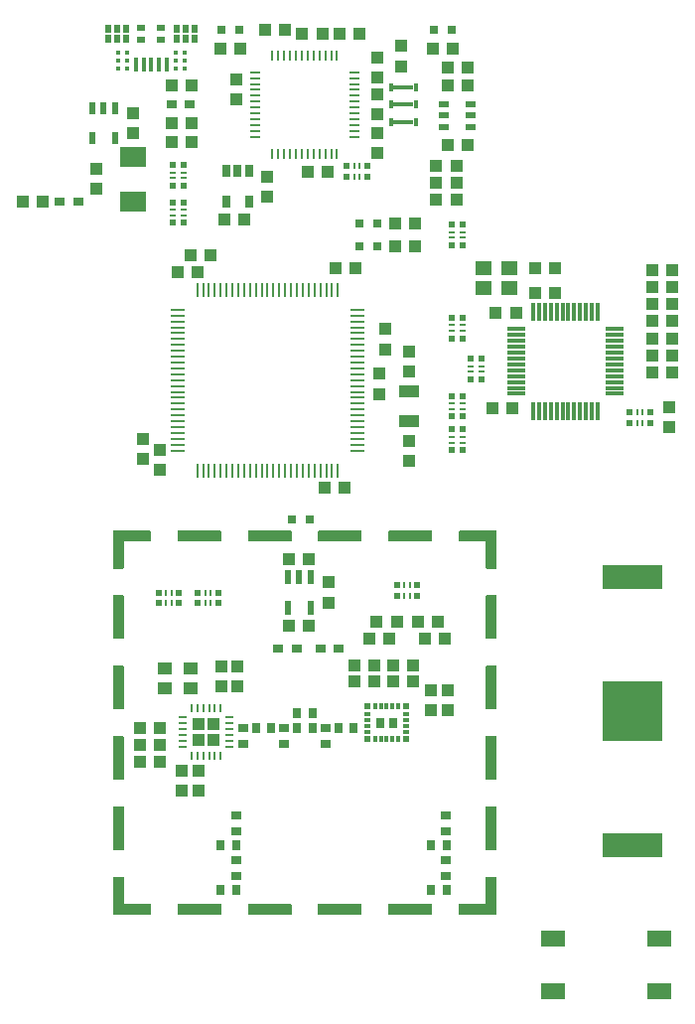
<source format=gtp>
G04 EAGLE Gerber X2 export*
%TF.Part,Single*%
%TF.FileFunction,Paste,Top*%
%TF.FilePolarity,Positive*%
%TF.GenerationSoftware,Autodesk,EAGLE,9.4.2*%
%TF.CreationDate,2019-11-19T20:24:05Z*%
G75*
%MOMM*%
%FSLAX36Y36*%
%LPD*%
%INSolderpaste Top*%
%AMOC8*
5,1,8,0,0,1.08239X$1,22.5*%
G01*
%ADD10R,1.000000X1.100000*%
%ADD11R,1.100000X1.000000*%
%ADD12R,0.800000X0.800000*%
%ADD13R,2.100000X1.400000*%
%ADD14R,0.508000X1.016000*%
%ADD15R,2.286000X1.651000*%
%ADD16R,0.300000X1.500000*%
%ADD17R,1.500000X0.300000*%
%ADD18R,0.500000X0.525000*%
%ADD19R,0.500000X0.250000*%
%ADD20R,0.525000X0.500000*%
%ADD21R,0.250000X0.500000*%
%ADD22R,1.400000X1.200000*%
%ADD23R,0.400000X0.400000*%
%ADD24R,0.400000X1.300000*%
%ADD25R,0.500000X0.700000*%
%ADD26R,0.700000X0.600000*%
%ADD27R,0.850000X0.700000*%
%ADD28R,0.750000X0.900000*%
%ADD29R,0.300000X0.550000*%
%ADD30R,0.550000X0.300000*%
%ADD31R,0.550000X0.550000*%
%ADD32R,1.300000X1.100000*%
%ADD33R,0.900000X0.700000*%
%ADD34R,0.700000X0.900000*%
%ADD35R,0.750000X0.250000*%
%ADD36R,0.250000X0.750000*%
%ADD37R,1.100000X1.100000*%
%ADD38R,1.800000X1.000000*%
%ADD39R,1.150000X0.250000*%
%ADD40R,0.250000X1.150000*%
%ADD41R,0.550000X1.200000*%
%ADD42R,0.950000X0.250000*%
%ADD43R,0.250000X0.950000*%
%ADD44R,1.700000X0.300000*%
%ADD45R,0.400000X0.700000*%
%ADD46R,0.900000X0.600000*%
%ADD47R,0.690000X0.990000*%
%ADD48R,5.080000X5.080000*%
%ADD49R,5.080000X2.032000*%

G36*
X9588959Y37902659D02*
X9588959Y37902659D01*
X9595503Y37902847D01*
X9599909Y37904628D01*
X9604597Y37905469D01*
X9610250Y37908803D01*
X9616319Y37911256D01*
X9619831Y37914459D01*
X9623931Y37916878D01*
X9628059Y37921959D01*
X9632909Y37926381D01*
X9635094Y37930619D01*
X9638088Y37934303D01*
X9640188Y37940503D01*
X9643197Y37946338D01*
X9644016Y37951794D01*
X9645294Y37955563D01*
X9645181Y37959541D01*
X9646000Y37965000D01*
X9646000Y40201500D01*
X11882500Y40201500D01*
X11888959Y40202659D01*
X11895503Y40202847D01*
X11899909Y40204628D01*
X11904597Y40205469D01*
X11910250Y40208803D01*
X11916319Y40211256D01*
X11919831Y40214459D01*
X11923931Y40216878D01*
X11928059Y40221959D01*
X11932909Y40226381D01*
X11935094Y40230619D01*
X11938088Y40234303D01*
X11940188Y40240503D01*
X11943197Y40246338D01*
X11944016Y40251794D01*
X11945294Y40255563D01*
X11945181Y40259541D01*
X11946000Y40265000D01*
X11946000Y41065000D01*
X11944841Y41071459D01*
X11944653Y41078003D01*
X11942872Y41082409D01*
X11942031Y41087097D01*
X11938697Y41092750D01*
X11936244Y41098819D01*
X11933041Y41102331D01*
X11930622Y41106431D01*
X11925541Y41110559D01*
X11921119Y41115409D01*
X11916881Y41117594D01*
X11913197Y41120588D01*
X11906997Y41122688D01*
X11901163Y41125697D01*
X11895706Y41126516D01*
X11891938Y41127794D01*
X11887959Y41127681D01*
X11882500Y41128500D01*
X8782500Y41128500D01*
X8776041Y41127341D01*
X8769497Y41127153D01*
X8765091Y41125372D01*
X8760403Y41124531D01*
X8754750Y41121197D01*
X8748681Y41118744D01*
X8745169Y41115541D01*
X8741069Y41113122D01*
X8736941Y41108041D01*
X8732091Y41103619D01*
X8729906Y41099381D01*
X8726913Y41095697D01*
X8724813Y41089497D01*
X8721803Y41083663D01*
X8720984Y41078206D01*
X8719706Y41074438D01*
X8719819Y41070459D01*
X8719000Y41065000D01*
X8719000Y37965000D01*
X8720159Y37958541D01*
X8720347Y37951997D01*
X8722128Y37947591D01*
X8722969Y37942903D01*
X8726303Y37937250D01*
X8728756Y37931181D01*
X8731959Y37927669D01*
X8734378Y37923569D01*
X8739459Y37919441D01*
X8743881Y37914591D01*
X8748119Y37912406D01*
X8751803Y37909413D01*
X8758003Y37907313D01*
X8763838Y37904303D01*
X8769294Y37903484D01*
X8773063Y37902206D01*
X8777041Y37902319D01*
X8782500Y37901500D01*
X9582500Y37901500D01*
X9588959Y37902659D01*
G37*
G36*
X41388959Y37902659D02*
X41388959Y37902659D01*
X41395503Y37902847D01*
X41399909Y37904628D01*
X41404597Y37905469D01*
X41410250Y37908803D01*
X41416319Y37911256D01*
X41419831Y37914459D01*
X41423931Y37916878D01*
X41428059Y37921959D01*
X41432909Y37926381D01*
X41435094Y37930619D01*
X41438088Y37934303D01*
X41440188Y37940503D01*
X41443197Y37946338D01*
X41444016Y37951794D01*
X41445294Y37955563D01*
X41445181Y37959541D01*
X41446000Y37965000D01*
X41446000Y41065000D01*
X41444841Y41071459D01*
X41444653Y41078003D01*
X41442872Y41082409D01*
X41442031Y41087097D01*
X41438697Y41092750D01*
X41436244Y41098819D01*
X41433041Y41102331D01*
X41430622Y41106431D01*
X41425541Y41110559D01*
X41421119Y41115409D01*
X41416881Y41117594D01*
X41413197Y41120588D01*
X41406997Y41122688D01*
X41401163Y41125697D01*
X41395706Y41126516D01*
X41391938Y41127794D01*
X41387959Y41127681D01*
X41382500Y41128500D01*
X38282500Y41128500D01*
X38276041Y41127341D01*
X38269497Y41127153D01*
X38265091Y41125372D01*
X38260403Y41124531D01*
X38254750Y41121197D01*
X38248681Y41118744D01*
X38245169Y41115541D01*
X38241069Y41113122D01*
X38236941Y41108041D01*
X38232091Y41103619D01*
X38229906Y41099381D01*
X38226913Y41095697D01*
X38224813Y41089497D01*
X38221803Y41083663D01*
X38220984Y41078206D01*
X38219706Y41074438D01*
X38219819Y41070459D01*
X38219000Y41065000D01*
X38219000Y40265000D01*
X38220159Y40258541D01*
X38220347Y40251997D01*
X38222128Y40247591D01*
X38222969Y40242903D01*
X38226303Y40237250D01*
X38228756Y40231181D01*
X38231959Y40227669D01*
X38234378Y40223569D01*
X38239459Y40219441D01*
X38243881Y40214591D01*
X38248119Y40212406D01*
X38251803Y40209413D01*
X38258003Y40207313D01*
X38263838Y40204303D01*
X38269294Y40203484D01*
X38273063Y40202206D01*
X38277041Y40202319D01*
X38282500Y40201500D01*
X40519000Y40201500D01*
X40519000Y37965000D01*
X40520159Y37958541D01*
X40520347Y37951997D01*
X40522128Y37947591D01*
X40522969Y37942903D01*
X40526303Y37937250D01*
X40528756Y37931181D01*
X40531959Y37927669D01*
X40534378Y37923569D01*
X40539459Y37919441D01*
X40543881Y37914591D01*
X40548119Y37912406D01*
X40551803Y37909413D01*
X40558003Y37907313D01*
X40563838Y37904303D01*
X40569294Y37903484D01*
X40573063Y37902206D01*
X40577041Y37902319D01*
X40582500Y37901500D01*
X41382500Y37901500D01*
X41388959Y37902659D01*
G37*
G36*
X11888959Y8402659D02*
X11888959Y8402659D01*
X11895503Y8402847D01*
X11899909Y8404628D01*
X11904597Y8405469D01*
X11910250Y8408803D01*
X11916319Y8411256D01*
X11919831Y8414459D01*
X11923931Y8416878D01*
X11928059Y8421959D01*
X11932909Y8426381D01*
X11935094Y8430619D01*
X11938088Y8434303D01*
X11940188Y8440503D01*
X11943197Y8446338D01*
X11944016Y8451794D01*
X11945294Y8455563D01*
X11945181Y8459541D01*
X11946000Y8465000D01*
X11946000Y9265000D01*
X11944841Y9271459D01*
X11944653Y9278003D01*
X11942872Y9282409D01*
X11942031Y9287097D01*
X11938697Y9292750D01*
X11936244Y9298819D01*
X11933041Y9302331D01*
X11930622Y9306431D01*
X11925541Y9310559D01*
X11921119Y9315409D01*
X11916881Y9317594D01*
X11913197Y9320588D01*
X11906997Y9322688D01*
X11901163Y9325697D01*
X11895706Y9326516D01*
X11891938Y9327794D01*
X11887959Y9327681D01*
X11882500Y9328500D01*
X9646000Y9328500D01*
X9646000Y11565000D01*
X9644841Y11571459D01*
X9644653Y11578003D01*
X9642872Y11582409D01*
X9642031Y11587097D01*
X9638697Y11592750D01*
X9636244Y11598819D01*
X9633041Y11602331D01*
X9630622Y11606431D01*
X9625541Y11610559D01*
X9621119Y11615409D01*
X9616881Y11617594D01*
X9613197Y11620588D01*
X9606997Y11622688D01*
X9601163Y11625697D01*
X9595706Y11626516D01*
X9591938Y11627794D01*
X9587959Y11627681D01*
X9582500Y11628500D01*
X8782500Y11628500D01*
X8776041Y11627341D01*
X8769497Y11627153D01*
X8765091Y11625372D01*
X8760403Y11624531D01*
X8754750Y11621197D01*
X8748681Y11618744D01*
X8745169Y11615541D01*
X8741069Y11613122D01*
X8736941Y11608041D01*
X8732091Y11603619D01*
X8729906Y11599381D01*
X8726913Y11595697D01*
X8724813Y11589497D01*
X8721803Y11583663D01*
X8720984Y11578206D01*
X8719706Y11574438D01*
X8719819Y11570459D01*
X8719000Y11565000D01*
X8719000Y8465000D01*
X8720159Y8458541D01*
X8720347Y8451997D01*
X8722128Y8447591D01*
X8722969Y8442903D01*
X8726303Y8437250D01*
X8728756Y8431181D01*
X8731959Y8427669D01*
X8734378Y8423569D01*
X8739459Y8419441D01*
X8743881Y8414591D01*
X8748119Y8412406D01*
X8751803Y8409413D01*
X8758003Y8407313D01*
X8763838Y8404303D01*
X8769294Y8403484D01*
X8773063Y8402206D01*
X8777041Y8402319D01*
X8782500Y8401500D01*
X11882500Y8401500D01*
X11888959Y8402659D01*
G37*
G36*
X41388959Y8402659D02*
X41388959Y8402659D01*
X41395503Y8402847D01*
X41399909Y8404628D01*
X41404597Y8405469D01*
X41410250Y8408803D01*
X41416319Y8411256D01*
X41419831Y8414459D01*
X41423931Y8416878D01*
X41428059Y8421959D01*
X41432909Y8426381D01*
X41435094Y8430619D01*
X41438088Y8434303D01*
X41440188Y8440503D01*
X41443197Y8446338D01*
X41444016Y8451794D01*
X41445294Y8455563D01*
X41445181Y8459541D01*
X41446000Y8465000D01*
X41446000Y11565000D01*
X41444841Y11571459D01*
X41444653Y11578003D01*
X41442872Y11582409D01*
X41442031Y11587097D01*
X41438697Y11592750D01*
X41436244Y11598819D01*
X41433041Y11602331D01*
X41430622Y11606431D01*
X41425541Y11610559D01*
X41421119Y11615409D01*
X41416881Y11617594D01*
X41413197Y11620588D01*
X41406997Y11622688D01*
X41401163Y11625697D01*
X41395706Y11626516D01*
X41391938Y11627794D01*
X41387959Y11627681D01*
X41382500Y11628500D01*
X40582500Y11628500D01*
X40576041Y11627341D01*
X40569497Y11627153D01*
X40565091Y11625372D01*
X40560403Y11624531D01*
X40554750Y11621197D01*
X40548681Y11618744D01*
X40545169Y11615541D01*
X40541069Y11613122D01*
X40536941Y11608041D01*
X40532091Y11603619D01*
X40529906Y11599381D01*
X40526913Y11595697D01*
X40524813Y11589497D01*
X40521803Y11583663D01*
X40520984Y11578206D01*
X40519706Y11574438D01*
X40519819Y11570459D01*
X40519000Y11565000D01*
X40519000Y9328500D01*
X38282500Y9328500D01*
X38276041Y9327341D01*
X38269497Y9327153D01*
X38265091Y9325372D01*
X38260403Y9324531D01*
X38254747Y9321194D01*
X38248681Y9318744D01*
X38245169Y9315541D01*
X38241069Y9313122D01*
X38236941Y9308041D01*
X38232091Y9303619D01*
X38229906Y9299381D01*
X38226913Y9295697D01*
X38224813Y9289497D01*
X38221803Y9283663D01*
X38220984Y9278206D01*
X38219706Y9274438D01*
X38219819Y9270459D01*
X38219000Y9265000D01*
X38219000Y8465000D01*
X38220159Y8458541D01*
X38220347Y8451997D01*
X38222128Y8447591D01*
X38222969Y8442903D01*
X38226303Y8437250D01*
X38228756Y8431181D01*
X38231959Y8427669D01*
X38234378Y8423569D01*
X38239459Y8419441D01*
X38243881Y8414591D01*
X38248119Y8412406D01*
X38251803Y8409413D01*
X38258003Y8407313D01*
X38263838Y8404303D01*
X38269294Y8403484D01*
X38273063Y8402206D01*
X38277041Y8402319D01*
X38282500Y8401500D01*
X41382500Y8401500D01*
X41388959Y8402659D01*
G37*
G36*
X23888959Y40202659D02*
X23888959Y40202659D01*
X23895503Y40202847D01*
X23899909Y40204628D01*
X23904597Y40205469D01*
X23910250Y40208803D01*
X23916319Y40211256D01*
X23919831Y40214459D01*
X23923931Y40216878D01*
X23928059Y40221959D01*
X23932909Y40226381D01*
X23935094Y40230619D01*
X23938088Y40234303D01*
X23940188Y40240503D01*
X23943197Y40246338D01*
X23944016Y40251794D01*
X23945294Y40255563D01*
X23945181Y40259541D01*
X23946000Y40265000D01*
X23946000Y41065000D01*
X23944841Y41071459D01*
X23944653Y41078003D01*
X23942872Y41082409D01*
X23942031Y41087097D01*
X23938697Y41092750D01*
X23936244Y41098819D01*
X23933041Y41102331D01*
X23930622Y41106431D01*
X23925541Y41110559D01*
X23921119Y41115409D01*
X23916881Y41117594D01*
X23913197Y41120588D01*
X23906997Y41122688D01*
X23901163Y41125697D01*
X23895706Y41126516D01*
X23891938Y41127794D01*
X23887959Y41127681D01*
X23882500Y41128500D01*
X20282500Y41128500D01*
X20276041Y41127341D01*
X20269497Y41127153D01*
X20265091Y41125372D01*
X20260403Y41124531D01*
X20254750Y41121197D01*
X20248681Y41118744D01*
X20245169Y41115541D01*
X20241069Y41113122D01*
X20236941Y41108041D01*
X20232091Y41103619D01*
X20229906Y41099381D01*
X20226913Y41095697D01*
X20224813Y41089497D01*
X20221803Y41083663D01*
X20220984Y41078206D01*
X20219706Y41074438D01*
X20219819Y41070459D01*
X20219000Y41065000D01*
X20219000Y40265000D01*
X20220159Y40258541D01*
X20220347Y40251997D01*
X20222128Y40247591D01*
X20222969Y40242903D01*
X20226303Y40237250D01*
X20228756Y40231181D01*
X20231959Y40227669D01*
X20234378Y40223569D01*
X20239459Y40219441D01*
X20243881Y40214591D01*
X20248119Y40212406D01*
X20251803Y40209413D01*
X20258003Y40207313D01*
X20263838Y40204303D01*
X20269294Y40203484D01*
X20273063Y40202206D01*
X20277041Y40202319D01*
X20282500Y40201500D01*
X23882500Y40201500D01*
X23888959Y40202659D01*
G37*
G36*
X17888959Y40202659D02*
X17888959Y40202659D01*
X17895503Y40202847D01*
X17899909Y40204628D01*
X17904597Y40205469D01*
X17910250Y40208803D01*
X17916319Y40211256D01*
X17919831Y40214459D01*
X17923931Y40216878D01*
X17928059Y40221959D01*
X17932909Y40226381D01*
X17935094Y40230619D01*
X17938088Y40234303D01*
X17940188Y40240503D01*
X17943197Y40246338D01*
X17944016Y40251794D01*
X17945294Y40255563D01*
X17945181Y40259541D01*
X17946000Y40265000D01*
X17946000Y41065000D01*
X17944841Y41071459D01*
X17944653Y41078003D01*
X17942872Y41082409D01*
X17942031Y41087097D01*
X17938697Y41092750D01*
X17936244Y41098819D01*
X17933041Y41102331D01*
X17930622Y41106431D01*
X17925541Y41110559D01*
X17921119Y41115409D01*
X17916881Y41117594D01*
X17913197Y41120588D01*
X17906997Y41122688D01*
X17901163Y41125697D01*
X17895706Y41126516D01*
X17891938Y41127794D01*
X17887959Y41127681D01*
X17882500Y41128500D01*
X14282500Y41128500D01*
X14276041Y41127341D01*
X14269497Y41127153D01*
X14265091Y41125372D01*
X14260403Y41124531D01*
X14254750Y41121197D01*
X14248681Y41118744D01*
X14245169Y41115541D01*
X14241069Y41113122D01*
X14236941Y41108041D01*
X14232091Y41103619D01*
X14229906Y41099381D01*
X14226913Y41095697D01*
X14224813Y41089497D01*
X14221803Y41083663D01*
X14220984Y41078206D01*
X14219706Y41074438D01*
X14219819Y41070459D01*
X14219000Y41065000D01*
X14219000Y40265000D01*
X14220159Y40258541D01*
X14220347Y40251997D01*
X14222128Y40247591D01*
X14222969Y40242903D01*
X14226303Y40237250D01*
X14228756Y40231181D01*
X14231959Y40227669D01*
X14234378Y40223569D01*
X14239459Y40219441D01*
X14243881Y40214591D01*
X14248119Y40212406D01*
X14251803Y40209413D01*
X14258003Y40207313D01*
X14263838Y40204303D01*
X14269294Y40203484D01*
X14273063Y40202206D01*
X14277041Y40202319D01*
X14282500Y40201500D01*
X17882500Y40201500D01*
X17888959Y40202659D01*
G37*
G36*
X29888959Y40202659D02*
X29888959Y40202659D01*
X29895503Y40202847D01*
X29899909Y40204628D01*
X29904597Y40205469D01*
X29910250Y40208803D01*
X29916319Y40211256D01*
X29919831Y40214459D01*
X29923931Y40216878D01*
X29928059Y40221959D01*
X29932909Y40226381D01*
X29935094Y40230619D01*
X29938088Y40234303D01*
X29940188Y40240503D01*
X29943197Y40246338D01*
X29944016Y40251794D01*
X29945294Y40255563D01*
X29945181Y40259541D01*
X29946000Y40265000D01*
X29946000Y41065000D01*
X29944841Y41071459D01*
X29944653Y41078003D01*
X29942872Y41082409D01*
X29942031Y41087097D01*
X29938697Y41092750D01*
X29936244Y41098819D01*
X29933041Y41102331D01*
X29930622Y41106431D01*
X29925541Y41110559D01*
X29921119Y41115409D01*
X29916881Y41117594D01*
X29913197Y41120588D01*
X29906997Y41122688D01*
X29901163Y41125697D01*
X29895706Y41126516D01*
X29891938Y41127794D01*
X29887959Y41127681D01*
X29882500Y41128500D01*
X26282500Y41128500D01*
X26276041Y41127341D01*
X26269497Y41127153D01*
X26265091Y41125372D01*
X26260403Y41124531D01*
X26254750Y41121197D01*
X26248681Y41118744D01*
X26245169Y41115541D01*
X26241069Y41113122D01*
X26236941Y41108041D01*
X26232091Y41103619D01*
X26229906Y41099381D01*
X26226913Y41095697D01*
X26224813Y41089497D01*
X26221803Y41083663D01*
X26220984Y41078206D01*
X26219706Y41074438D01*
X26219819Y41070459D01*
X26219000Y41065000D01*
X26219000Y40265000D01*
X26220159Y40258541D01*
X26220347Y40251997D01*
X26222128Y40247591D01*
X26222969Y40242903D01*
X26226303Y40237250D01*
X26228756Y40231181D01*
X26231959Y40227669D01*
X26234378Y40223569D01*
X26239459Y40219441D01*
X26243881Y40214591D01*
X26248119Y40212406D01*
X26251803Y40209413D01*
X26258003Y40207313D01*
X26263838Y40204303D01*
X26269294Y40203484D01*
X26273063Y40202206D01*
X26277041Y40202319D01*
X26282500Y40201500D01*
X29882500Y40201500D01*
X29888959Y40202659D01*
G37*
G36*
X35888959Y40202659D02*
X35888959Y40202659D01*
X35895503Y40202847D01*
X35899909Y40204628D01*
X35904597Y40205469D01*
X35910250Y40208803D01*
X35916319Y40211256D01*
X35919831Y40214459D01*
X35923931Y40216878D01*
X35928059Y40221959D01*
X35932909Y40226381D01*
X35935094Y40230619D01*
X35938088Y40234303D01*
X35940188Y40240503D01*
X35943197Y40246338D01*
X35944016Y40251794D01*
X35945294Y40255563D01*
X35945181Y40259541D01*
X35946000Y40265000D01*
X35946000Y41065000D01*
X35944841Y41071459D01*
X35944653Y41078003D01*
X35942872Y41082409D01*
X35942031Y41087097D01*
X35938697Y41092750D01*
X35936244Y41098819D01*
X35933041Y41102331D01*
X35930622Y41106431D01*
X35925541Y41110559D01*
X35921119Y41115409D01*
X35916881Y41117594D01*
X35913197Y41120588D01*
X35906997Y41122688D01*
X35901163Y41125697D01*
X35895706Y41126516D01*
X35891938Y41127794D01*
X35887959Y41127681D01*
X35882500Y41128500D01*
X32282500Y41128500D01*
X32276041Y41127341D01*
X32269497Y41127153D01*
X32265091Y41125372D01*
X32260403Y41124531D01*
X32254750Y41121197D01*
X32248681Y41118744D01*
X32245169Y41115541D01*
X32241069Y41113122D01*
X32236941Y41108041D01*
X32232091Y41103619D01*
X32229906Y41099381D01*
X32226913Y41095697D01*
X32224813Y41089497D01*
X32221803Y41083663D01*
X32220984Y41078206D01*
X32219706Y41074438D01*
X32219819Y41070459D01*
X32219000Y41065000D01*
X32219000Y40265000D01*
X32220159Y40258541D01*
X32220347Y40251997D01*
X32222128Y40247591D01*
X32222969Y40242903D01*
X32226303Y40237250D01*
X32228756Y40231181D01*
X32231959Y40227669D01*
X32234378Y40223569D01*
X32239459Y40219441D01*
X32243881Y40214591D01*
X32248119Y40212406D01*
X32251803Y40209413D01*
X32258003Y40207313D01*
X32263838Y40204303D01*
X32269294Y40203484D01*
X32273063Y40202206D01*
X32277041Y40202319D01*
X32282500Y40201500D01*
X35882500Y40201500D01*
X35888959Y40202659D01*
G37*
G36*
X9588959Y31902659D02*
X9588959Y31902659D01*
X9595503Y31902847D01*
X9599909Y31904628D01*
X9604597Y31905469D01*
X9610250Y31908803D01*
X9616319Y31911256D01*
X9619831Y31914459D01*
X9623931Y31916878D01*
X9628059Y31921959D01*
X9632909Y31926381D01*
X9635094Y31930619D01*
X9638088Y31934303D01*
X9640188Y31940503D01*
X9643197Y31946338D01*
X9644016Y31951794D01*
X9645294Y31955563D01*
X9645181Y31959541D01*
X9646000Y31965000D01*
X9646000Y35565000D01*
X9644841Y35571459D01*
X9644653Y35578003D01*
X9642872Y35582409D01*
X9642031Y35587097D01*
X9638697Y35592750D01*
X9636244Y35598819D01*
X9633041Y35602331D01*
X9630622Y35606431D01*
X9625541Y35610559D01*
X9621119Y35615409D01*
X9616881Y35617594D01*
X9613197Y35620588D01*
X9606997Y35622688D01*
X9601163Y35625697D01*
X9595706Y35626516D01*
X9591938Y35627794D01*
X9587959Y35627681D01*
X9582500Y35628500D01*
X8782500Y35628500D01*
X8776041Y35627341D01*
X8769497Y35627153D01*
X8765091Y35625372D01*
X8760403Y35624531D01*
X8754750Y35621197D01*
X8748681Y35618744D01*
X8745169Y35615541D01*
X8741069Y35613122D01*
X8736941Y35608041D01*
X8732091Y35603619D01*
X8729906Y35599381D01*
X8726913Y35595697D01*
X8724813Y35589497D01*
X8721803Y35583663D01*
X8720984Y35578206D01*
X8719706Y35574438D01*
X8719819Y35570459D01*
X8719000Y35565000D01*
X8719000Y31965000D01*
X8720159Y31958541D01*
X8720347Y31951997D01*
X8722128Y31947591D01*
X8722969Y31942903D01*
X8726303Y31937250D01*
X8728756Y31931181D01*
X8731959Y31927669D01*
X8734378Y31923569D01*
X8739459Y31919441D01*
X8743881Y31914591D01*
X8748119Y31912406D01*
X8751803Y31909413D01*
X8758003Y31907313D01*
X8763838Y31904303D01*
X8769294Y31903484D01*
X8773063Y31902206D01*
X8777041Y31902319D01*
X8782500Y31901500D01*
X9582500Y31901500D01*
X9588959Y31902659D01*
G37*
G36*
X41388959Y31902659D02*
X41388959Y31902659D01*
X41395503Y31902847D01*
X41399909Y31904628D01*
X41404597Y31905469D01*
X41410250Y31908803D01*
X41416319Y31911256D01*
X41419831Y31914459D01*
X41423931Y31916878D01*
X41428059Y31921959D01*
X41432909Y31926381D01*
X41435094Y31930619D01*
X41438088Y31934303D01*
X41440188Y31940503D01*
X41443197Y31946338D01*
X41444016Y31951794D01*
X41445294Y31955563D01*
X41445181Y31959541D01*
X41446000Y31965000D01*
X41446000Y35565000D01*
X41444841Y35571459D01*
X41444653Y35578003D01*
X41442872Y35582409D01*
X41442031Y35587097D01*
X41438697Y35592750D01*
X41436244Y35598819D01*
X41433041Y35602331D01*
X41430622Y35606431D01*
X41425541Y35610559D01*
X41421119Y35615409D01*
X41416881Y35617594D01*
X41413197Y35620588D01*
X41406997Y35622688D01*
X41401163Y35625697D01*
X41395706Y35626516D01*
X41391938Y35627794D01*
X41387959Y35627681D01*
X41382500Y35628500D01*
X40582500Y35628500D01*
X40576041Y35627341D01*
X40569497Y35627153D01*
X40565091Y35625372D01*
X40560403Y35624531D01*
X40554750Y35621197D01*
X40548681Y35618744D01*
X40545169Y35615541D01*
X40541069Y35613122D01*
X40536941Y35608041D01*
X40532091Y35603619D01*
X40529906Y35599381D01*
X40526913Y35595697D01*
X40524813Y35589497D01*
X40521803Y35583663D01*
X40520984Y35578206D01*
X40519706Y35574438D01*
X40519819Y35570459D01*
X40519000Y35565000D01*
X40519000Y31965000D01*
X40520159Y31958541D01*
X40520347Y31951997D01*
X40522128Y31947591D01*
X40522969Y31942903D01*
X40526303Y31937250D01*
X40528756Y31931181D01*
X40531959Y31927669D01*
X40534378Y31923569D01*
X40539459Y31919441D01*
X40543881Y31914591D01*
X40548119Y31912406D01*
X40551803Y31909413D01*
X40558003Y31907313D01*
X40563838Y31904303D01*
X40569294Y31903484D01*
X40573063Y31902206D01*
X40577041Y31902319D01*
X40582500Y31901500D01*
X41382500Y31901500D01*
X41388959Y31902659D01*
G37*
G36*
X9588959Y25902659D02*
X9588959Y25902659D01*
X9595503Y25902847D01*
X9599909Y25904628D01*
X9604597Y25905469D01*
X9610250Y25908803D01*
X9616319Y25911256D01*
X9619831Y25914459D01*
X9623931Y25916878D01*
X9628059Y25921959D01*
X9632909Y25926381D01*
X9635094Y25930619D01*
X9638088Y25934303D01*
X9640188Y25940503D01*
X9643197Y25946338D01*
X9644016Y25951794D01*
X9645294Y25955563D01*
X9645181Y25959541D01*
X9646000Y25965000D01*
X9646000Y29565000D01*
X9644841Y29571459D01*
X9644653Y29578003D01*
X9642872Y29582409D01*
X9642031Y29587097D01*
X9638697Y29592750D01*
X9636244Y29598819D01*
X9633041Y29602331D01*
X9630622Y29606431D01*
X9625541Y29610559D01*
X9621119Y29615409D01*
X9616881Y29617594D01*
X9613197Y29620588D01*
X9606997Y29622688D01*
X9601163Y29625697D01*
X9595706Y29626516D01*
X9591938Y29627794D01*
X9587959Y29627681D01*
X9582500Y29628500D01*
X8782500Y29628500D01*
X8776041Y29627341D01*
X8769497Y29627153D01*
X8765091Y29625372D01*
X8760403Y29624531D01*
X8754750Y29621197D01*
X8748681Y29618744D01*
X8745169Y29615541D01*
X8741069Y29613122D01*
X8736941Y29608041D01*
X8732091Y29603619D01*
X8729906Y29599381D01*
X8726913Y29595697D01*
X8724813Y29589497D01*
X8721803Y29583663D01*
X8720984Y29578206D01*
X8719706Y29574438D01*
X8719819Y29570459D01*
X8719000Y29565000D01*
X8719000Y25965000D01*
X8720159Y25958541D01*
X8720347Y25951997D01*
X8722128Y25947591D01*
X8722969Y25942903D01*
X8726303Y25937250D01*
X8728756Y25931181D01*
X8731959Y25927669D01*
X8734378Y25923569D01*
X8739459Y25919441D01*
X8743881Y25914591D01*
X8748119Y25912406D01*
X8751803Y25909413D01*
X8758003Y25907313D01*
X8763838Y25904303D01*
X8769294Y25903484D01*
X8773063Y25902206D01*
X8777041Y25902319D01*
X8782500Y25901500D01*
X9582500Y25901500D01*
X9588959Y25902659D01*
G37*
G36*
X41388959Y25902659D02*
X41388959Y25902659D01*
X41395503Y25902847D01*
X41399909Y25904628D01*
X41404597Y25905469D01*
X41410250Y25908803D01*
X41416319Y25911256D01*
X41419831Y25914459D01*
X41423931Y25916878D01*
X41428059Y25921959D01*
X41432909Y25926381D01*
X41435094Y25930619D01*
X41438088Y25934303D01*
X41440188Y25940503D01*
X41443197Y25946338D01*
X41444016Y25951794D01*
X41445294Y25955563D01*
X41445181Y25959541D01*
X41446000Y25965000D01*
X41446000Y29565000D01*
X41444841Y29571459D01*
X41444653Y29578003D01*
X41442872Y29582409D01*
X41442031Y29587097D01*
X41438697Y29592750D01*
X41436244Y29598819D01*
X41433041Y29602331D01*
X41430622Y29606431D01*
X41425541Y29610559D01*
X41421119Y29615409D01*
X41416881Y29617594D01*
X41413197Y29620588D01*
X41406997Y29622688D01*
X41401163Y29625697D01*
X41395706Y29626516D01*
X41391938Y29627794D01*
X41387959Y29627681D01*
X41382500Y29628500D01*
X40582500Y29628500D01*
X40576041Y29627341D01*
X40569497Y29627153D01*
X40565091Y29625372D01*
X40560403Y29624531D01*
X40554750Y29621197D01*
X40548681Y29618744D01*
X40545169Y29615541D01*
X40541069Y29613122D01*
X40536941Y29608041D01*
X40532091Y29603619D01*
X40529906Y29599381D01*
X40526913Y29595697D01*
X40524813Y29589497D01*
X40521803Y29583663D01*
X40520984Y29578206D01*
X40519706Y29574438D01*
X40519819Y29570459D01*
X40519000Y29565000D01*
X40519000Y25965000D01*
X40520159Y25958541D01*
X40520347Y25951997D01*
X40522128Y25947591D01*
X40522969Y25942903D01*
X40526303Y25937250D01*
X40528756Y25931181D01*
X40531959Y25927669D01*
X40534378Y25923569D01*
X40539459Y25919441D01*
X40543881Y25914591D01*
X40548119Y25912406D01*
X40551803Y25909413D01*
X40558003Y25907313D01*
X40563838Y25904303D01*
X40569294Y25903484D01*
X40573063Y25902206D01*
X40577041Y25902319D01*
X40582500Y25901500D01*
X41382500Y25901500D01*
X41388959Y25902659D01*
G37*
G36*
X9588959Y19902659D02*
X9588959Y19902659D01*
X9595503Y19902847D01*
X9599909Y19904628D01*
X9604597Y19905469D01*
X9610250Y19908803D01*
X9616319Y19911256D01*
X9619831Y19914459D01*
X9623931Y19916878D01*
X9628059Y19921959D01*
X9632909Y19926381D01*
X9635094Y19930619D01*
X9638088Y19934303D01*
X9640188Y19940503D01*
X9643197Y19946338D01*
X9644016Y19951794D01*
X9645294Y19955563D01*
X9645181Y19959541D01*
X9646000Y19965000D01*
X9646000Y23565000D01*
X9644841Y23571459D01*
X9644653Y23578003D01*
X9642872Y23582409D01*
X9642031Y23587097D01*
X9638697Y23592750D01*
X9636244Y23598819D01*
X9633041Y23602331D01*
X9630622Y23606431D01*
X9625541Y23610559D01*
X9621119Y23615409D01*
X9616881Y23617594D01*
X9613197Y23620588D01*
X9606997Y23622688D01*
X9601163Y23625697D01*
X9595706Y23626516D01*
X9591938Y23627794D01*
X9587959Y23627681D01*
X9582500Y23628500D01*
X8782500Y23628500D01*
X8776041Y23627341D01*
X8769497Y23627153D01*
X8765091Y23625372D01*
X8760403Y23624531D01*
X8754750Y23621197D01*
X8748681Y23618744D01*
X8745169Y23615541D01*
X8741069Y23613122D01*
X8736941Y23608041D01*
X8732091Y23603619D01*
X8729906Y23599381D01*
X8726913Y23595697D01*
X8724813Y23589497D01*
X8721803Y23583663D01*
X8720984Y23578206D01*
X8719706Y23574438D01*
X8719819Y23570459D01*
X8719000Y23565000D01*
X8719000Y19965000D01*
X8720159Y19958541D01*
X8720347Y19951997D01*
X8722128Y19947591D01*
X8722969Y19942903D01*
X8726303Y19937250D01*
X8728756Y19931181D01*
X8731959Y19927669D01*
X8734378Y19923569D01*
X8739459Y19919441D01*
X8743881Y19914591D01*
X8748119Y19912406D01*
X8751803Y19909413D01*
X8758003Y19907313D01*
X8763838Y19904303D01*
X8769294Y19903484D01*
X8773063Y19902206D01*
X8777041Y19902319D01*
X8782500Y19901500D01*
X9582500Y19901500D01*
X9588959Y19902659D01*
G37*
G36*
X41388959Y19902659D02*
X41388959Y19902659D01*
X41395503Y19902847D01*
X41399909Y19904628D01*
X41404597Y19905469D01*
X41410250Y19908803D01*
X41416319Y19911256D01*
X41419831Y19914459D01*
X41423931Y19916878D01*
X41428059Y19921959D01*
X41432909Y19926381D01*
X41435094Y19930619D01*
X41438088Y19934303D01*
X41440188Y19940503D01*
X41443197Y19946338D01*
X41444016Y19951794D01*
X41445294Y19955563D01*
X41445181Y19959541D01*
X41446000Y19965000D01*
X41446000Y23565000D01*
X41444841Y23571459D01*
X41444653Y23578003D01*
X41442872Y23582409D01*
X41442031Y23587097D01*
X41438697Y23592750D01*
X41436244Y23598819D01*
X41433041Y23602331D01*
X41430622Y23606431D01*
X41425541Y23610559D01*
X41421119Y23615409D01*
X41416881Y23617594D01*
X41413197Y23620588D01*
X41406997Y23622688D01*
X41401163Y23625697D01*
X41395706Y23626516D01*
X41391938Y23627794D01*
X41387959Y23627681D01*
X41382500Y23628500D01*
X40582500Y23628500D01*
X40576041Y23627341D01*
X40569497Y23627153D01*
X40565091Y23625372D01*
X40560403Y23624531D01*
X40554750Y23621197D01*
X40548681Y23618744D01*
X40545169Y23615541D01*
X40541069Y23613122D01*
X40536941Y23608041D01*
X40532091Y23603619D01*
X40529906Y23599381D01*
X40526913Y23595697D01*
X40524813Y23589497D01*
X40521803Y23583663D01*
X40520984Y23578206D01*
X40519706Y23574438D01*
X40519819Y23570459D01*
X40519000Y23565000D01*
X40519000Y19965000D01*
X40520159Y19958541D01*
X40520347Y19951997D01*
X40522128Y19947591D01*
X40522969Y19942903D01*
X40526303Y19937250D01*
X40528756Y19931181D01*
X40531959Y19927669D01*
X40534378Y19923569D01*
X40539459Y19919441D01*
X40543881Y19914591D01*
X40548119Y19912406D01*
X40551803Y19909413D01*
X40558003Y19907313D01*
X40563838Y19904303D01*
X40569294Y19903484D01*
X40573063Y19902206D01*
X40577041Y19902319D01*
X40582500Y19901500D01*
X41382500Y19901500D01*
X41388959Y19902659D01*
G37*
G36*
X41388959Y13902659D02*
X41388959Y13902659D01*
X41395503Y13902847D01*
X41399909Y13904628D01*
X41404597Y13905469D01*
X41410250Y13908803D01*
X41416319Y13911256D01*
X41419831Y13914459D01*
X41423931Y13916878D01*
X41428059Y13921959D01*
X41432909Y13926381D01*
X41435094Y13930619D01*
X41438088Y13934303D01*
X41440188Y13940503D01*
X41443197Y13946338D01*
X41444016Y13951794D01*
X41445294Y13955563D01*
X41445181Y13959541D01*
X41446000Y13965000D01*
X41446000Y17565000D01*
X41444841Y17571459D01*
X41444653Y17578003D01*
X41442872Y17582409D01*
X41442031Y17587097D01*
X41438697Y17592750D01*
X41436244Y17598819D01*
X41433041Y17602331D01*
X41430622Y17606431D01*
X41425541Y17610559D01*
X41421119Y17615409D01*
X41416881Y17617594D01*
X41413197Y17620588D01*
X41406997Y17622688D01*
X41401163Y17625697D01*
X41395706Y17626516D01*
X41391938Y17627794D01*
X41387959Y17627681D01*
X41382500Y17628500D01*
X40582500Y17628500D01*
X40576041Y17627341D01*
X40569497Y17627153D01*
X40565091Y17625372D01*
X40560403Y17624531D01*
X40554750Y17621197D01*
X40548681Y17618744D01*
X40545169Y17615541D01*
X40541069Y17613122D01*
X40536941Y17608041D01*
X40532091Y17603619D01*
X40529906Y17599381D01*
X40526913Y17595697D01*
X40524813Y17589497D01*
X40521803Y17583663D01*
X40520984Y17578206D01*
X40519706Y17574438D01*
X40519819Y17570459D01*
X40519000Y17565000D01*
X40519000Y13965000D01*
X40520159Y13958541D01*
X40520347Y13951997D01*
X40522128Y13947591D01*
X40522969Y13942903D01*
X40526303Y13937250D01*
X40528756Y13931181D01*
X40531959Y13927669D01*
X40534378Y13923569D01*
X40539459Y13919441D01*
X40543881Y13914591D01*
X40548119Y13912406D01*
X40551803Y13909413D01*
X40558003Y13907313D01*
X40563838Y13904303D01*
X40569294Y13903484D01*
X40573063Y13902206D01*
X40577041Y13902319D01*
X40582500Y13901500D01*
X41382500Y13901500D01*
X41388959Y13902659D01*
G37*
G36*
X9588959Y13902659D02*
X9588959Y13902659D01*
X9595503Y13902847D01*
X9599909Y13904628D01*
X9604597Y13905469D01*
X9610250Y13908803D01*
X9616319Y13911256D01*
X9619831Y13914459D01*
X9623931Y13916878D01*
X9628059Y13921959D01*
X9632909Y13926381D01*
X9635094Y13930619D01*
X9638088Y13934303D01*
X9640188Y13940503D01*
X9643197Y13946338D01*
X9644016Y13951794D01*
X9645294Y13955563D01*
X9645181Y13959541D01*
X9646000Y13965000D01*
X9646000Y17565000D01*
X9644841Y17571459D01*
X9644653Y17578003D01*
X9642872Y17582409D01*
X9642031Y17587097D01*
X9638697Y17592750D01*
X9636244Y17598819D01*
X9633041Y17602331D01*
X9630622Y17606431D01*
X9625541Y17610559D01*
X9621119Y17615409D01*
X9616881Y17617594D01*
X9613197Y17620588D01*
X9606997Y17622688D01*
X9601163Y17625697D01*
X9595706Y17626516D01*
X9591938Y17627794D01*
X9587959Y17627681D01*
X9582500Y17628500D01*
X8782500Y17628500D01*
X8776041Y17627341D01*
X8769497Y17627153D01*
X8765091Y17625372D01*
X8760403Y17624531D01*
X8754750Y17621197D01*
X8748681Y17618744D01*
X8745169Y17615541D01*
X8741069Y17613122D01*
X8736941Y17608041D01*
X8732091Y17603619D01*
X8729906Y17599381D01*
X8726913Y17595697D01*
X8724813Y17589497D01*
X8721803Y17583663D01*
X8720984Y17578206D01*
X8719706Y17574438D01*
X8719819Y17570459D01*
X8719000Y17565000D01*
X8719000Y13965000D01*
X8720159Y13958541D01*
X8720347Y13951997D01*
X8722128Y13947591D01*
X8722969Y13942903D01*
X8726303Y13937250D01*
X8728756Y13931181D01*
X8731959Y13927669D01*
X8734378Y13923569D01*
X8739459Y13919441D01*
X8743881Y13914591D01*
X8748119Y13912406D01*
X8751803Y13909413D01*
X8758003Y13907313D01*
X8763838Y13904303D01*
X8769294Y13903484D01*
X8773063Y13902206D01*
X8777041Y13902319D01*
X8782500Y13901500D01*
X9582500Y13901500D01*
X9588959Y13902659D01*
G37*
G36*
X29888959Y8402659D02*
X29888959Y8402659D01*
X29895503Y8402847D01*
X29899909Y8404628D01*
X29904597Y8405469D01*
X29910250Y8408803D01*
X29916319Y8411256D01*
X29919831Y8414459D01*
X29923931Y8416878D01*
X29928059Y8421959D01*
X29932909Y8426381D01*
X29935094Y8430619D01*
X29938088Y8434303D01*
X29940188Y8440503D01*
X29943197Y8446338D01*
X29944016Y8451794D01*
X29945294Y8455563D01*
X29945181Y8459541D01*
X29946000Y8465000D01*
X29946000Y9265000D01*
X29944841Y9271459D01*
X29944653Y9278003D01*
X29942872Y9282409D01*
X29942031Y9287097D01*
X29938697Y9292750D01*
X29936244Y9298819D01*
X29933041Y9302331D01*
X29930622Y9306431D01*
X29925541Y9310559D01*
X29921119Y9315409D01*
X29916881Y9317594D01*
X29913197Y9320588D01*
X29906997Y9322688D01*
X29901163Y9325697D01*
X29895706Y9326516D01*
X29891938Y9327794D01*
X29887959Y9327681D01*
X29882500Y9328500D01*
X26282500Y9328500D01*
X26276041Y9327341D01*
X26269497Y9327153D01*
X26265091Y9325372D01*
X26260403Y9324531D01*
X26254750Y9321197D01*
X26248681Y9318744D01*
X26245169Y9315541D01*
X26241069Y9313122D01*
X26236941Y9308041D01*
X26232091Y9303619D01*
X26229906Y9299381D01*
X26226913Y9295697D01*
X26224813Y9289497D01*
X26221803Y9283663D01*
X26220984Y9278206D01*
X26219706Y9274438D01*
X26219819Y9270459D01*
X26219000Y9265000D01*
X26219000Y8465000D01*
X26220159Y8458541D01*
X26220347Y8451997D01*
X26222128Y8447591D01*
X26222969Y8442903D01*
X26226303Y8437250D01*
X26228756Y8431181D01*
X26231959Y8427669D01*
X26234378Y8423569D01*
X26239459Y8419441D01*
X26243881Y8414591D01*
X26248119Y8412406D01*
X26251803Y8409413D01*
X26258003Y8407313D01*
X26263838Y8404303D01*
X26269294Y8403484D01*
X26273063Y8402206D01*
X26277041Y8402319D01*
X26282500Y8401500D01*
X29882500Y8401500D01*
X29888959Y8402659D01*
G37*
G36*
X23888959Y8402659D02*
X23888959Y8402659D01*
X23895503Y8402847D01*
X23899909Y8404628D01*
X23904597Y8405469D01*
X23910250Y8408803D01*
X23916319Y8411256D01*
X23919831Y8414459D01*
X23923931Y8416878D01*
X23928059Y8421959D01*
X23932909Y8426381D01*
X23935094Y8430619D01*
X23938088Y8434303D01*
X23940188Y8440503D01*
X23943197Y8446338D01*
X23944016Y8451794D01*
X23945294Y8455563D01*
X23945181Y8459541D01*
X23946000Y8465000D01*
X23946000Y9265000D01*
X23944841Y9271459D01*
X23944653Y9278003D01*
X23942872Y9282409D01*
X23942031Y9287097D01*
X23938697Y9292750D01*
X23936244Y9298819D01*
X23933041Y9302331D01*
X23930622Y9306431D01*
X23925541Y9310559D01*
X23921119Y9315409D01*
X23916881Y9317594D01*
X23913197Y9320588D01*
X23906997Y9322688D01*
X23901163Y9325697D01*
X23895706Y9326516D01*
X23891938Y9327794D01*
X23887959Y9327681D01*
X23882500Y9328500D01*
X20282500Y9328500D01*
X20276041Y9327341D01*
X20269497Y9327153D01*
X20265091Y9325372D01*
X20260403Y9324531D01*
X20254750Y9321197D01*
X20248681Y9318744D01*
X20245169Y9315541D01*
X20241069Y9313122D01*
X20236941Y9308041D01*
X20232091Y9303619D01*
X20229906Y9299381D01*
X20226913Y9295697D01*
X20224813Y9289497D01*
X20221803Y9283663D01*
X20220984Y9278206D01*
X20219706Y9274438D01*
X20219819Y9270459D01*
X20219000Y9265000D01*
X20219000Y8465000D01*
X20220159Y8458541D01*
X20220347Y8451997D01*
X20222128Y8447591D01*
X20222969Y8442903D01*
X20226303Y8437250D01*
X20228756Y8431181D01*
X20231959Y8427669D01*
X20234378Y8423569D01*
X20239459Y8419441D01*
X20243881Y8414591D01*
X20248119Y8412406D01*
X20251803Y8409413D01*
X20258003Y8407313D01*
X20263838Y8404303D01*
X20269294Y8403484D01*
X20273063Y8402206D01*
X20277041Y8402319D01*
X20282500Y8401500D01*
X23882500Y8401500D01*
X23888959Y8402659D01*
G37*
G36*
X35888959Y8402659D02*
X35888959Y8402659D01*
X35895503Y8402847D01*
X35899909Y8404628D01*
X35904597Y8405469D01*
X35910250Y8408803D01*
X35916319Y8411256D01*
X35919831Y8414459D01*
X35923931Y8416878D01*
X35928059Y8421959D01*
X35932909Y8426381D01*
X35935094Y8430619D01*
X35938088Y8434303D01*
X35940188Y8440503D01*
X35943197Y8446338D01*
X35944016Y8451794D01*
X35945294Y8455563D01*
X35945181Y8459541D01*
X35946000Y8465000D01*
X35946000Y9265000D01*
X35944841Y9271459D01*
X35944653Y9278003D01*
X35942872Y9282409D01*
X35942031Y9287097D01*
X35938697Y9292750D01*
X35936244Y9298819D01*
X35933041Y9302331D01*
X35930622Y9306431D01*
X35925541Y9310559D01*
X35921119Y9315409D01*
X35916881Y9317594D01*
X35913197Y9320588D01*
X35906997Y9322688D01*
X35901163Y9325697D01*
X35895706Y9326516D01*
X35891938Y9327794D01*
X35887959Y9327681D01*
X35882500Y9328500D01*
X32282500Y9328500D01*
X32276041Y9327341D01*
X32269497Y9327153D01*
X32265091Y9325372D01*
X32260403Y9324531D01*
X32254750Y9321197D01*
X32248681Y9318744D01*
X32245169Y9315541D01*
X32241069Y9313122D01*
X32236941Y9308041D01*
X32232091Y9303619D01*
X32229906Y9299381D01*
X32226913Y9295697D01*
X32224813Y9289497D01*
X32221803Y9283663D01*
X32220984Y9278206D01*
X32219706Y9274438D01*
X32219819Y9270459D01*
X32219000Y9265000D01*
X32219000Y8465000D01*
X32220159Y8458541D01*
X32220347Y8451997D01*
X32222128Y8447591D01*
X32222969Y8442903D01*
X32226303Y8437250D01*
X32228756Y8431181D01*
X32231959Y8427669D01*
X32234378Y8423569D01*
X32239459Y8419441D01*
X32243881Y8414591D01*
X32248119Y8412406D01*
X32251803Y8409413D01*
X32258003Y8407313D01*
X32263838Y8404303D01*
X32269294Y8403484D01*
X32273063Y8402206D01*
X32277041Y8402319D01*
X32282500Y8401500D01*
X35882500Y8401500D01*
X35888959Y8402659D01*
G37*
G36*
X17888959Y8402659D02*
X17888959Y8402659D01*
X17895503Y8402847D01*
X17899909Y8404628D01*
X17904597Y8405469D01*
X17910250Y8408803D01*
X17916319Y8411256D01*
X17919831Y8414459D01*
X17923931Y8416878D01*
X17928059Y8421959D01*
X17932909Y8426381D01*
X17935094Y8430619D01*
X17938088Y8434303D01*
X17940188Y8440503D01*
X17943197Y8446338D01*
X17944016Y8451794D01*
X17945294Y8455563D01*
X17945181Y8459541D01*
X17946000Y8465000D01*
X17946000Y9265000D01*
X17944841Y9271459D01*
X17944653Y9278003D01*
X17942872Y9282409D01*
X17942031Y9287097D01*
X17938697Y9292750D01*
X17936244Y9298819D01*
X17933041Y9302331D01*
X17930622Y9306431D01*
X17925541Y9310559D01*
X17921119Y9315409D01*
X17916881Y9317594D01*
X17913197Y9320588D01*
X17906997Y9322688D01*
X17901163Y9325697D01*
X17895706Y9326516D01*
X17891938Y9327794D01*
X17887959Y9327681D01*
X17882500Y9328500D01*
X14282500Y9328500D01*
X14276041Y9327341D01*
X14269497Y9327153D01*
X14265091Y9325372D01*
X14260403Y9324531D01*
X14254750Y9321197D01*
X14248681Y9318744D01*
X14245169Y9315541D01*
X14241069Y9313122D01*
X14236941Y9308041D01*
X14232091Y9303619D01*
X14229906Y9299381D01*
X14226913Y9295697D01*
X14224813Y9289497D01*
X14221803Y9283663D01*
X14220984Y9278206D01*
X14219706Y9274438D01*
X14219819Y9270459D01*
X14219000Y9265000D01*
X14219000Y8465000D01*
X14220159Y8458541D01*
X14220347Y8451997D01*
X14222128Y8447591D01*
X14222969Y8442903D01*
X14226303Y8437250D01*
X14228756Y8431181D01*
X14231959Y8427669D01*
X14234378Y8423569D01*
X14239459Y8419441D01*
X14243881Y8414591D01*
X14248119Y8412406D01*
X14251803Y8409413D01*
X14258003Y8407313D01*
X14263838Y8404303D01*
X14269294Y8403484D01*
X14273063Y8402206D01*
X14277041Y8402319D01*
X14282500Y8401500D01*
X17882500Y8401500D01*
X17888959Y8402659D01*
G37*
D10*
X31908800Y58317500D03*
X31908800Y56617500D03*
X12700000Y46298700D03*
X12700000Y47998700D03*
D11*
X14231300Y63182500D03*
X15931300Y63182500D03*
X28472500Y44767500D03*
X26772500Y44767500D03*
D10*
X31432500Y54507500D03*
X31432500Y52807500D03*
X11271200Y48951300D03*
X11271200Y47251300D03*
D11*
X17042500Y64611300D03*
X15342500Y64611300D03*
X18200000Y67627500D03*
X19900000Y67627500D03*
X27725000Y63500000D03*
X29425000Y63500000D03*
D12*
X29730000Y65405000D03*
X31230000Y65405000D03*
D10*
X32805000Y65405000D03*
X34505000Y65405000D03*
X32805000Y67310000D03*
X34505000Y67310000D03*
D12*
X29730000Y67310000D03*
X31230000Y67310000D03*
D13*
X46222500Y6367500D03*
X46222500Y1867500D03*
X55322500Y6367500D03*
X55322500Y1867500D03*
D14*
X8890000Y77152500D03*
X7937500Y77152500D03*
X6985000Y77152500D03*
X8890000Y74612500D03*
X6985000Y74612500D03*
D10*
X10477500Y76732500D03*
X10477500Y75032500D03*
X7302500Y70270000D03*
X7302500Y71970000D03*
X17882500Y82232500D03*
X19582500Y82232500D03*
D12*
X19482500Y83820000D03*
X17982500Y83820000D03*
D15*
X10477500Y69215000D03*
X10477500Y73025000D03*
D16*
X44557500Y51362500D03*
X45057500Y51362500D03*
X45557500Y51362500D03*
X46057500Y51362500D03*
X46557500Y51362500D03*
X47057500Y51362500D03*
X47557500Y51362500D03*
X48057500Y51362500D03*
X48557500Y51362500D03*
X49057500Y51362500D03*
X49557500Y51362500D03*
X50057500Y51362500D03*
D17*
X51507500Y52812500D03*
X51507500Y53312500D03*
X51507500Y53812500D03*
X51507500Y54312500D03*
X51507500Y54812500D03*
X51507500Y55312500D03*
X51507500Y55812500D03*
X51507500Y56312500D03*
X51507500Y56812500D03*
X51507500Y57312500D03*
X51507500Y57812500D03*
X51507500Y58312500D03*
D16*
X50057500Y59762500D03*
X49557500Y59762500D03*
X49057500Y59762500D03*
X48557500Y59762500D03*
X48057500Y59762500D03*
X47557500Y59762500D03*
X47057500Y59762500D03*
X46557500Y59762500D03*
X46057500Y59762500D03*
X45557500Y59762500D03*
X45057500Y59762500D03*
X44557500Y59762500D03*
D17*
X43107500Y58312500D03*
X43107500Y57812500D03*
X43107500Y57312500D03*
X43107500Y56812500D03*
X43107500Y56312500D03*
X43107500Y55812500D03*
X43107500Y55312500D03*
X43107500Y54812500D03*
X43107500Y54312500D03*
X43107500Y53812500D03*
X43107500Y53312500D03*
X43107500Y52812500D03*
D18*
X37650000Y49770000D03*
D19*
X37650000Y49145000D03*
X37650000Y48645000D03*
D18*
X37650000Y48020000D03*
X38550000Y48020000D03*
D19*
X38550000Y48645000D03*
X38550000Y49145000D03*
D18*
X38550000Y49770000D03*
X37650000Y52627500D03*
D19*
X37650000Y52002500D03*
X37650000Y51502500D03*
D18*
X37650000Y50877500D03*
X38550000Y50877500D03*
D19*
X38550000Y51502500D03*
X38550000Y52002500D03*
D18*
X38550000Y52627500D03*
X39237500Y55802500D03*
D19*
X39237500Y55177500D03*
X39237500Y54677500D03*
D18*
X39237500Y54052500D03*
X40137500Y54052500D03*
D19*
X40137500Y54677500D03*
X40137500Y55177500D03*
D18*
X40137500Y55802500D03*
X37650000Y59295000D03*
D19*
X37650000Y58670000D03*
X37650000Y58170000D03*
D18*
X37650000Y57545000D03*
X38550000Y57545000D03*
D19*
X38550000Y58170000D03*
X38550000Y58670000D03*
D18*
X38550000Y59295000D03*
D10*
X56412500Y63341200D03*
X54712500Y63341200D03*
D11*
X43077500Y59690000D03*
X41377500Y59690000D03*
X54712500Y54610000D03*
X56412500Y54610000D03*
X54712500Y60483700D03*
X56412500Y60483700D03*
D10*
X54712500Y56038700D03*
X56412500Y56038700D03*
X54712500Y57467500D03*
X56412500Y57467500D03*
D11*
X54712500Y59055000D03*
X56412500Y59055000D03*
X46411200Y61436300D03*
X44711200Y61436300D03*
X42760000Y51593700D03*
X41060000Y51593700D03*
D18*
X38550000Y65482500D03*
D19*
X38550000Y66107500D03*
X38550000Y66607500D03*
D18*
X38550000Y67232500D03*
X37650000Y67232500D03*
D19*
X37650000Y66607500D03*
X37650000Y66107500D03*
D18*
X37650000Y65482500D03*
D12*
X37580000Y83820000D03*
X36080000Y83820000D03*
D20*
X54532500Y51250000D03*
D21*
X53907500Y51250000D03*
X53407500Y51250000D03*
D20*
X52782500Y51250000D03*
X52782500Y50350000D03*
D21*
X53407500Y50350000D03*
X53907500Y50350000D03*
D20*
X54532500Y50350000D03*
D10*
X37997500Y70802500D03*
X36297500Y70802500D03*
X37997500Y72231300D03*
X36297500Y72231300D03*
X36012500Y82192500D03*
X37712500Y82192500D03*
D11*
X36297500Y69373800D03*
X37997500Y69373800D03*
D10*
X56197500Y49950000D03*
X56197500Y51650000D03*
X46411200Y63500000D03*
X44711200Y63500000D03*
D22*
X42533800Y63556200D03*
X40333800Y63556200D03*
X40333800Y61856200D03*
X42533800Y61856200D03*
D23*
X9200000Y81900000D03*
X9900000Y81900000D03*
X9200000Y81200000D03*
X9900000Y81200000D03*
X9900000Y80500000D03*
X9200000Y80500000D03*
X14100000Y81900000D03*
X14800000Y81900000D03*
X14800000Y81200000D03*
X14100000Y81200000D03*
X14100000Y80500000D03*
X14800000Y80500000D03*
D24*
X10700000Y80850000D03*
X11350000Y80850000D03*
X12000000Y80850000D03*
X12650000Y80850000D03*
X13300000Y80850000D03*
D25*
X8350000Y83950000D03*
X9850000Y83950000D03*
X9100000Y83950000D03*
X8350000Y83050000D03*
X9850000Y83050000D03*
X9100000Y83050000D03*
X15650000Y83950000D03*
X15650000Y83050000D03*
X14150000Y83050000D03*
X14150000Y83950000D03*
X14900000Y83950000D03*
X14900000Y83050000D03*
D26*
X11150000Y84000000D03*
X11150000Y83000000D03*
X12850000Y84000000D03*
X12850000Y83000000D03*
D10*
X19208800Y79590000D03*
X19208800Y77890000D03*
D11*
X28042500Y83502600D03*
X29742500Y83502600D03*
X25297500Y71751300D03*
X26997500Y71751300D03*
D10*
X31270000Y75065000D03*
X31270000Y73365000D03*
D18*
X14737500Y70562500D03*
D19*
X14737500Y71187500D03*
X14737500Y71687500D03*
D18*
X14737500Y72312500D03*
X13837500Y72312500D03*
D19*
X13837500Y71687500D03*
X13837500Y71187500D03*
D18*
X13837500Y70562500D03*
D27*
X4180000Y69215000D03*
X5780000Y69215000D03*
D11*
X2755000Y69215000D03*
X1055000Y69215000D03*
D28*
X31492500Y24765000D03*
X32642500Y24765000D03*
D29*
X31067500Y23390000D03*
X31567500Y23390000D03*
X32067500Y23390000D03*
X32567500Y23390000D03*
X33067500Y23390000D03*
X31067500Y26140000D03*
X31567500Y26140000D03*
X32067500Y26140000D03*
X32567500Y26140000D03*
X33067500Y26140000D03*
D30*
X33692500Y24015000D03*
X33692500Y24515000D03*
X33692500Y25015000D03*
X33692500Y25515000D03*
X30442500Y24015000D03*
X30442500Y24515000D03*
X30442500Y25015000D03*
X30442500Y25515000D03*
D31*
X30442500Y23390000D03*
X33692500Y23390000D03*
X30442500Y26140000D03*
X33692500Y26140000D03*
D10*
X37306200Y25820000D03*
X37306200Y27520000D03*
X35877500Y25820000D03*
X35877500Y27520000D03*
D11*
X32646300Y29686300D03*
X34346300Y29686300D03*
X32646300Y28257500D03*
X34346300Y28257500D03*
X31012500Y29686200D03*
X29312500Y29686200D03*
X31012600Y28257500D03*
X29312600Y28257500D03*
X12756200Y24288800D03*
X11056200Y24288800D03*
D10*
X14605100Y20693700D03*
X14605100Y18993700D03*
D11*
X12756300Y21431200D03*
X11056300Y21431200D03*
D32*
X13187500Y29425000D03*
X13187500Y27725000D03*
X15387500Y27725000D03*
X15387500Y29425000D03*
D33*
X19843800Y24303700D03*
X19843800Y23003700D03*
X23336300Y24303700D03*
X23336300Y23003700D03*
X26828800Y24303700D03*
X26828800Y23003700D03*
D34*
X29225100Y24288700D03*
X27925100Y24288700D03*
X24432600Y25558700D03*
X25732600Y25558700D03*
D35*
X18668700Y25221200D03*
D36*
X17918700Y25971200D03*
X17418700Y25971200D03*
X16918700Y25971200D03*
X16418700Y25971200D03*
X15918700Y25971200D03*
X15418700Y25971200D03*
D35*
X14668700Y25221200D03*
X14668700Y24721200D03*
X14668700Y24221200D03*
X14668700Y23721200D03*
X14668700Y23221200D03*
X14668700Y22721200D03*
D36*
X15418700Y21971200D03*
X15918700Y21971200D03*
X16418700Y21971200D03*
X16918700Y21971200D03*
X17418700Y21971200D03*
X17918700Y21971200D03*
D35*
X18668700Y22721200D03*
X18668700Y23221200D03*
X18668700Y23721200D03*
X18668700Y24221200D03*
X18668700Y24721200D03*
D37*
X17318700Y24621200D03*
X16018700Y24621200D03*
X17318700Y23321200D03*
X16018700Y23321200D03*
D10*
X17938800Y27883700D03*
X17938800Y29583700D03*
X19367500Y27883700D03*
X19367500Y29583700D03*
D34*
X20940000Y24288700D03*
X22240000Y24288700D03*
X24432600Y24288700D03*
X25732600Y24288700D03*
D11*
X35345000Y31908700D03*
X37045000Y31908700D03*
D20*
X34688700Y36486100D03*
D21*
X34063700Y36486100D03*
X33563700Y36486100D03*
D20*
X32938700Y36486100D03*
X32938700Y35586100D03*
D21*
X33563700Y35586100D03*
X34063700Y35586100D03*
D20*
X34688700Y35586100D03*
D11*
X32282500Y31908700D03*
X30582500Y31908700D03*
X34710000Y33337400D03*
X36410000Y33337400D03*
X32917500Y33337400D03*
X31217500Y33337400D03*
D33*
X37147500Y16842500D03*
X37147500Y15542500D03*
D34*
X37162500Y14287500D03*
X35862500Y14287500D03*
X37162500Y10477500D03*
X35862500Y10477500D03*
D33*
X19208800Y16842500D03*
X19208800Y15542500D03*
D34*
X19223800Y14287500D03*
X17923800Y14287500D03*
X19223800Y10477500D03*
X17923800Y10477500D03*
D10*
X16033800Y20693700D03*
X16033800Y18993700D03*
D11*
X12756300Y22859900D03*
X11056300Y22859900D03*
D20*
X17702500Y35851200D03*
D21*
X17077500Y35851200D03*
X16577500Y35851200D03*
D20*
X15952500Y35851200D03*
X15952500Y34951200D03*
D21*
X16577500Y34951200D03*
X17077500Y34951200D03*
D20*
X17702500Y34951200D03*
X14368800Y35851300D03*
D21*
X13743800Y35851300D03*
X13243800Y35851300D03*
D20*
X12618800Y35851300D03*
X12618800Y34951300D03*
D21*
X13243800Y34951300D03*
X13743800Y34951300D03*
D20*
X14368800Y34951300D03*
D38*
X33972500Y53002500D03*
X33972500Y50502500D03*
D10*
X33972500Y48792500D03*
X33972500Y47092500D03*
X33972500Y54712500D03*
X33972500Y56412500D03*
D33*
X37147500Y13032500D03*
X37147500Y11732500D03*
X19208800Y13032500D03*
X19208800Y11732500D03*
D39*
X14207500Y47975000D03*
X14207500Y48475000D03*
X14207500Y48975000D03*
X14207500Y49475000D03*
X14207500Y49975000D03*
X14207500Y50475000D03*
X14207500Y50975000D03*
X14207500Y51475000D03*
X14207500Y51975000D03*
X14207500Y52475000D03*
X14207500Y52975000D03*
X14207500Y53475000D03*
X14207500Y53975000D03*
X14207500Y54475000D03*
X14207500Y54975000D03*
X14207500Y55475000D03*
X14207500Y55975000D03*
X14207500Y56475000D03*
X14207500Y56975000D03*
X14207500Y57475000D03*
X14207500Y57975000D03*
X14207500Y58475000D03*
X14207500Y58975000D03*
X14207500Y59475000D03*
X14207500Y59975000D03*
X29607500Y47975000D03*
X29607500Y48475000D03*
X29607500Y48975000D03*
X29607500Y49475000D03*
X29607500Y49975000D03*
X29607500Y50475000D03*
X29607500Y50975000D03*
X29607500Y51475000D03*
X29607500Y51975000D03*
X29607500Y52475000D03*
X29607500Y52975000D03*
X29607500Y53475000D03*
X29607500Y53975000D03*
X29607500Y54475000D03*
X29607500Y54975000D03*
X29607500Y55475000D03*
X29607500Y55975000D03*
X29607500Y56475000D03*
X29607500Y56975000D03*
X29607500Y57475000D03*
X29607500Y57975000D03*
X29607500Y58475000D03*
X29607500Y58975000D03*
X29607500Y59475000D03*
X29607500Y59975000D03*
D40*
X27907500Y46275000D03*
X27407500Y46275000D03*
X26907500Y46275000D03*
X26407500Y46275000D03*
X25907500Y46275000D03*
X25407500Y46275000D03*
X24907500Y46275000D03*
X24407500Y46275000D03*
X23907500Y46275000D03*
X23407500Y46275000D03*
X22907500Y46275000D03*
X22407500Y46275000D03*
X21907500Y46275000D03*
X21407500Y46275000D03*
X20907500Y46275000D03*
X20407500Y46275000D03*
X19907500Y46275000D03*
X19407500Y46275000D03*
X18907500Y46275000D03*
X18407500Y46275000D03*
X17907500Y46275000D03*
X17407500Y46275000D03*
X16907500Y46275000D03*
X16407500Y46275000D03*
X15907500Y46275000D03*
X27907500Y61675000D03*
X27407500Y61675000D03*
X26907500Y61675000D03*
X26407500Y61675000D03*
X25907500Y61675000D03*
X25407500Y61675000D03*
X24907500Y61675000D03*
X24407500Y61675000D03*
X23907500Y61675000D03*
X23407500Y61675000D03*
X22907500Y61675000D03*
X22407500Y61675000D03*
X21907500Y61675000D03*
X21407500Y61675000D03*
X20907500Y61675000D03*
X20407500Y61675000D03*
X19907500Y61675000D03*
X19407500Y61675000D03*
X18907500Y61675000D03*
X18407500Y61675000D03*
X17907500Y61675000D03*
X17407500Y61675000D03*
X16907500Y61675000D03*
X16407500Y61675000D03*
X15907500Y61675000D03*
D41*
X25556300Y37177500D03*
X24606300Y37177500D03*
X23656300Y37177500D03*
X23656300Y34577500D03*
X25556300Y34577500D03*
D11*
X25456300Y38735000D03*
X23756300Y38735000D03*
X25456300Y33020000D03*
X23756300Y33020000D03*
D18*
X14737500Y67387500D03*
D19*
X14737500Y68012500D03*
X14737500Y68512500D03*
D18*
X14737500Y69137500D03*
X13837500Y69137500D03*
D19*
X13837500Y68512500D03*
X13837500Y68012500D03*
D18*
X13837500Y67387500D03*
D20*
X30402500Y72205000D03*
D21*
X29777500Y72205000D03*
X29277500Y72205000D03*
D20*
X28652500Y72205000D03*
X28652500Y71305000D03*
D21*
X29277500Y71305000D03*
X29777500Y71305000D03*
D20*
X30402500Y71305000D03*
D12*
X24015000Y42068800D03*
X25515000Y42068800D03*
D11*
X27146300Y36727500D03*
X27146300Y35027500D03*
X54712500Y61912500D03*
X56412500Y61912500D03*
D42*
X29282500Y80220000D03*
X29282500Y79720000D03*
X29282500Y79220000D03*
X29282500Y78720000D03*
X29282500Y78220000D03*
X29282500Y77720000D03*
X29282500Y77220000D03*
X29282500Y76720000D03*
X29282500Y76220000D03*
X29282500Y75720000D03*
X29282500Y75220000D03*
X29282500Y74720000D03*
D43*
X22332500Y81670000D03*
X22832500Y81670000D03*
X23332500Y81670000D03*
X23832500Y81670000D03*
X24332500Y81670000D03*
X24832500Y81670000D03*
X25332500Y81670000D03*
X25832500Y81670000D03*
X26332500Y81670000D03*
X26832500Y81670000D03*
X27332500Y81670000D03*
X27832500Y81670000D03*
X22332500Y73270000D03*
X22832500Y73270000D03*
X23332500Y73270000D03*
X23832500Y73270000D03*
X24332500Y73270000D03*
X24832500Y73270000D03*
X25332500Y73270000D03*
X25832500Y73270000D03*
X26332500Y73270000D03*
X26832500Y73270000D03*
X27332500Y73270000D03*
X27832500Y73270000D03*
D42*
X20882500Y80220000D03*
X20882500Y79720000D03*
X20882500Y79220000D03*
X20882500Y78720000D03*
X20882500Y78220000D03*
X20882500Y77720000D03*
X20882500Y77220000D03*
X20882500Y76720000D03*
X20882500Y76220000D03*
X20882500Y75720000D03*
X20882500Y75220000D03*
X20882500Y74720000D03*
D27*
X13705000Y77470000D03*
X15305000Y77470000D03*
D10*
X13755000Y75882500D03*
X15455000Y75882500D03*
X13755000Y74295000D03*
X15455000Y74295000D03*
X26567500Y83502500D03*
X24867500Y83502500D03*
D11*
X23392500Y83820000D03*
X21692500Y83820000D03*
D10*
X38950000Y79057500D03*
X37250000Y79057500D03*
D11*
X13755000Y79057500D03*
X15455000Y79057500D03*
X33337500Y80747500D03*
X33337500Y82447500D03*
D10*
X31273800Y81495000D03*
X31273800Y79795000D03*
D44*
X33496300Y75970000D03*
D45*
X32446300Y75970000D03*
X34546300Y75970000D03*
X34546300Y77470000D03*
X34546300Y78970000D03*
X32446300Y78970000D03*
X32446300Y77470000D03*
D44*
X33496300Y77470000D03*
X33496300Y78970000D03*
D11*
X31273800Y78320000D03*
X31273800Y76620000D03*
D46*
X39250000Y75567500D03*
X39250000Y76517500D03*
X39250000Y77467500D03*
X36950000Y77467500D03*
X36950000Y76517500D03*
X36950000Y75567500D03*
D11*
X37250000Y73977500D03*
X38950000Y73977500D03*
D10*
X38950000Y80645000D03*
X37250000Y80645000D03*
D47*
X20317500Y71775000D03*
X19367500Y71775000D03*
X18417500Y71775000D03*
X18417500Y69185000D03*
X20317500Y69185000D03*
D48*
X53022500Y25717500D03*
D49*
X53022500Y14287500D03*
X53022500Y37147500D03*
D10*
X21907500Y69635000D03*
X21907500Y71335000D03*
D27*
X24395000Y31115000D03*
X22795000Y31115000D03*
X26405000Y31115000D03*
X28005000Y31115000D03*
M02*

</source>
